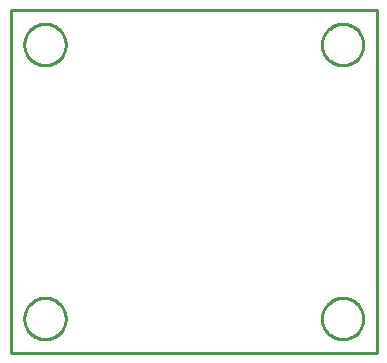
<source format=gbr>
G04 EAGLE Gerber RS-274X export*
G75*
%MOMM*%
%FSLAX34Y34*%
%LPD*%
%IN*%
%IPPOS*%
%AMOC8*
5,1,8,0,0,1.08239X$1,22.5*%
G01*
%ADD10C,0.254000*%


D10*
X0Y0D02*
X310000Y0D01*
X310000Y290000D01*
X0Y290000D01*
X0Y0D01*
X46500Y28427D02*
X46425Y27284D01*
X46276Y26148D01*
X46052Y25024D01*
X45755Y23917D01*
X45387Y22832D01*
X44949Y21774D01*
X44442Y20746D01*
X43869Y19754D01*
X43232Y18801D01*
X42535Y17892D01*
X41779Y17031D01*
X40969Y16221D01*
X40108Y15465D01*
X39199Y14768D01*
X38246Y14131D01*
X37254Y13558D01*
X36226Y13051D01*
X35168Y12613D01*
X34083Y12245D01*
X32976Y11948D01*
X31852Y11725D01*
X30716Y11575D01*
X29573Y11500D01*
X28427Y11500D01*
X27284Y11575D01*
X26148Y11725D01*
X25024Y11948D01*
X23917Y12245D01*
X22832Y12613D01*
X21774Y13051D01*
X20746Y13558D01*
X19754Y14131D01*
X18801Y14768D01*
X17892Y15465D01*
X17031Y16221D01*
X16221Y17031D01*
X15465Y17892D01*
X14768Y18801D01*
X14131Y19754D01*
X13558Y20746D01*
X13051Y21774D01*
X12613Y22832D01*
X12245Y23917D01*
X11948Y25024D01*
X11725Y26148D01*
X11575Y27284D01*
X11500Y28427D01*
X11500Y29573D01*
X11575Y30716D01*
X11725Y31852D01*
X11948Y32976D01*
X12245Y34083D01*
X12613Y35168D01*
X13051Y36226D01*
X13558Y37254D01*
X14131Y38246D01*
X14768Y39199D01*
X15465Y40108D01*
X16221Y40969D01*
X17031Y41779D01*
X17892Y42535D01*
X18801Y43232D01*
X19754Y43869D01*
X20746Y44442D01*
X21774Y44949D01*
X22832Y45387D01*
X23917Y45755D01*
X25024Y46052D01*
X26148Y46276D01*
X27284Y46425D01*
X28427Y46500D01*
X29573Y46500D01*
X30716Y46425D01*
X31852Y46276D01*
X32976Y46052D01*
X34083Y45755D01*
X35168Y45387D01*
X36226Y44949D01*
X37254Y44442D01*
X38246Y43869D01*
X39199Y43232D01*
X40108Y42535D01*
X40969Y41779D01*
X41779Y40969D01*
X42535Y40108D01*
X43232Y39199D01*
X43869Y38246D01*
X44442Y37254D01*
X44949Y36226D01*
X45387Y35168D01*
X45755Y34083D01*
X46052Y32976D01*
X46276Y31852D01*
X46425Y30716D01*
X46500Y29573D01*
X46500Y28427D01*
X298500Y28427D02*
X298425Y27284D01*
X298276Y26148D01*
X298052Y25024D01*
X297755Y23917D01*
X297387Y22832D01*
X296949Y21774D01*
X296442Y20746D01*
X295869Y19754D01*
X295232Y18801D01*
X294535Y17892D01*
X293779Y17031D01*
X292969Y16221D01*
X292108Y15465D01*
X291199Y14768D01*
X290246Y14131D01*
X289254Y13558D01*
X288226Y13051D01*
X287168Y12613D01*
X286083Y12245D01*
X284976Y11948D01*
X283852Y11725D01*
X282716Y11575D01*
X281573Y11500D01*
X280427Y11500D01*
X279284Y11575D01*
X278148Y11725D01*
X277024Y11948D01*
X275917Y12245D01*
X274832Y12613D01*
X273774Y13051D01*
X272746Y13558D01*
X271754Y14131D01*
X270801Y14768D01*
X269892Y15465D01*
X269031Y16221D01*
X268221Y17031D01*
X267465Y17892D01*
X266768Y18801D01*
X266131Y19754D01*
X265558Y20746D01*
X265051Y21774D01*
X264613Y22832D01*
X264245Y23917D01*
X263948Y25024D01*
X263725Y26148D01*
X263575Y27284D01*
X263500Y28427D01*
X263500Y29573D01*
X263575Y30716D01*
X263725Y31852D01*
X263948Y32976D01*
X264245Y34083D01*
X264613Y35168D01*
X265051Y36226D01*
X265558Y37254D01*
X266131Y38246D01*
X266768Y39199D01*
X267465Y40108D01*
X268221Y40969D01*
X269031Y41779D01*
X269892Y42535D01*
X270801Y43232D01*
X271754Y43869D01*
X272746Y44442D01*
X273774Y44949D01*
X274832Y45387D01*
X275917Y45755D01*
X277024Y46052D01*
X278148Y46276D01*
X279284Y46425D01*
X280427Y46500D01*
X281573Y46500D01*
X282716Y46425D01*
X283852Y46276D01*
X284976Y46052D01*
X286083Y45755D01*
X287168Y45387D01*
X288226Y44949D01*
X289254Y44442D01*
X290246Y43869D01*
X291199Y43232D01*
X292108Y42535D01*
X292969Y41779D01*
X293779Y40969D01*
X294535Y40108D01*
X295232Y39199D01*
X295869Y38246D01*
X296442Y37254D01*
X296949Y36226D01*
X297387Y35168D01*
X297755Y34083D01*
X298052Y32976D01*
X298276Y31852D01*
X298425Y30716D01*
X298500Y29573D01*
X298500Y28427D01*
X46500Y260427D02*
X46425Y259284D01*
X46276Y258148D01*
X46052Y257024D01*
X45755Y255917D01*
X45387Y254832D01*
X44949Y253774D01*
X44442Y252746D01*
X43869Y251754D01*
X43232Y250801D01*
X42535Y249892D01*
X41779Y249031D01*
X40969Y248221D01*
X40108Y247465D01*
X39199Y246768D01*
X38246Y246131D01*
X37254Y245558D01*
X36226Y245051D01*
X35168Y244613D01*
X34083Y244245D01*
X32976Y243948D01*
X31852Y243725D01*
X30716Y243575D01*
X29573Y243500D01*
X28427Y243500D01*
X27284Y243575D01*
X26148Y243725D01*
X25024Y243948D01*
X23917Y244245D01*
X22832Y244613D01*
X21774Y245051D01*
X20746Y245558D01*
X19754Y246131D01*
X18801Y246768D01*
X17892Y247465D01*
X17031Y248221D01*
X16221Y249031D01*
X15465Y249892D01*
X14768Y250801D01*
X14131Y251754D01*
X13558Y252746D01*
X13051Y253774D01*
X12613Y254832D01*
X12245Y255917D01*
X11948Y257024D01*
X11725Y258148D01*
X11575Y259284D01*
X11500Y260427D01*
X11500Y261573D01*
X11575Y262716D01*
X11725Y263852D01*
X11948Y264976D01*
X12245Y266083D01*
X12613Y267168D01*
X13051Y268226D01*
X13558Y269254D01*
X14131Y270246D01*
X14768Y271199D01*
X15465Y272108D01*
X16221Y272969D01*
X17031Y273779D01*
X17892Y274535D01*
X18801Y275232D01*
X19754Y275869D01*
X20746Y276442D01*
X21774Y276949D01*
X22832Y277387D01*
X23917Y277755D01*
X25024Y278052D01*
X26148Y278276D01*
X27284Y278425D01*
X28427Y278500D01*
X29573Y278500D01*
X30716Y278425D01*
X31852Y278276D01*
X32976Y278052D01*
X34083Y277755D01*
X35168Y277387D01*
X36226Y276949D01*
X37254Y276442D01*
X38246Y275869D01*
X39199Y275232D01*
X40108Y274535D01*
X40969Y273779D01*
X41779Y272969D01*
X42535Y272108D01*
X43232Y271199D01*
X43869Y270246D01*
X44442Y269254D01*
X44949Y268226D01*
X45387Y267168D01*
X45755Y266083D01*
X46052Y264976D01*
X46276Y263852D01*
X46425Y262716D01*
X46500Y261573D01*
X46500Y260427D01*
X298500Y260427D02*
X298425Y259284D01*
X298276Y258148D01*
X298052Y257024D01*
X297755Y255917D01*
X297387Y254832D01*
X296949Y253774D01*
X296442Y252746D01*
X295869Y251754D01*
X295232Y250801D01*
X294535Y249892D01*
X293779Y249031D01*
X292969Y248221D01*
X292108Y247465D01*
X291199Y246768D01*
X290246Y246131D01*
X289254Y245558D01*
X288226Y245051D01*
X287168Y244613D01*
X286083Y244245D01*
X284976Y243948D01*
X283852Y243725D01*
X282716Y243575D01*
X281573Y243500D01*
X280427Y243500D01*
X279284Y243575D01*
X278148Y243725D01*
X277024Y243948D01*
X275917Y244245D01*
X274832Y244613D01*
X273774Y245051D01*
X272746Y245558D01*
X271754Y246131D01*
X270801Y246768D01*
X269892Y247465D01*
X269031Y248221D01*
X268221Y249031D01*
X267465Y249892D01*
X266768Y250801D01*
X266131Y251754D01*
X265558Y252746D01*
X265051Y253774D01*
X264613Y254832D01*
X264245Y255917D01*
X263948Y257024D01*
X263725Y258148D01*
X263575Y259284D01*
X263500Y260427D01*
X263500Y261573D01*
X263575Y262716D01*
X263725Y263852D01*
X263948Y264976D01*
X264245Y266083D01*
X264613Y267168D01*
X265051Y268226D01*
X265558Y269254D01*
X266131Y270246D01*
X266768Y271199D01*
X267465Y272108D01*
X268221Y272969D01*
X269031Y273779D01*
X269892Y274535D01*
X270801Y275232D01*
X271754Y275869D01*
X272746Y276442D01*
X273774Y276949D01*
X274832Y277387D01*
X275917Y277755D01*
X277024Y278052D01*
X278148Y278276D01*
X279284Y278425D01*
X280427Y278500D01*
X281573Y278500D01*
X282716Y278425D01*
X283852Y278276D01*
X284976Y278052D01*
X286083Y277755D01*
X287168Y277387D01*
X288226Y276949D01*
X289254Y276442D01*
X290246Y275869D01*
X291199Y275232D01*
X292108Y274535D01*
X292969Y273779D01*
X293779Y272969D01*
X294535Y272108D01*
X295232Y271199D01*
X295869Y270246D01*
X296442Y269254D01*
X296949Y268226D01*
X297387Y267168D01*
X297755Y266083D01*
X298052Y264976D01*
X298276Y263852D01*
X298425Y262716D01*
X298500Y261573D01*
X298500Y260427D01*
M02*

</source>
